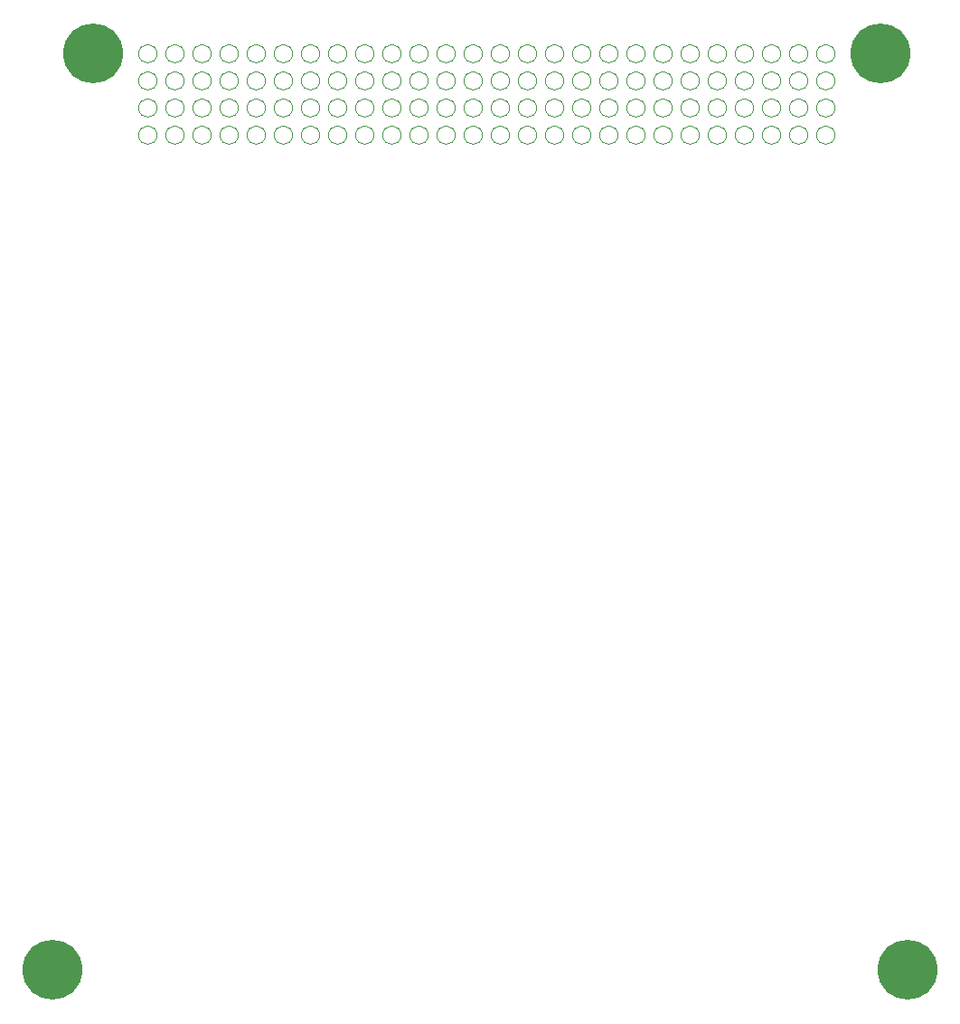
<source format=gbr>
%TF.GenerationSoftware,KiCad,Pcbnew,5.1.6-1.fc32*%
%TF.CreationDate,2020-09-11T21:55:50-03:00*%
%TF.ProjectId,pc104-adapter-bottom,70633130-342d-4616-9461-707465722d62,v2.0*%
%TF.SameCoordinates,Original*%
%TF.FileFunction,Soldermask,Bot*%
%TF.FilePolarity,Negative*%
%FSLAX46Y46*%
G04 Gerber Fmt 4.6, Leading zero omitted, Abs format (unit mm)*
G04 Created by KiCad (PCBNEW 5.1.6-1.fc32) date 2020-09-11 21:55:50*
%MOMM*%
%LPD*%
G01*
G04 APERTURE LIST*
%ADD10C,0.100000*%
%ADD11C,5.600000*%
G04 APERTURE END LIST*
D10*
%TO.C,J9*%
X178611000Y-55136000D02*
G75*
G03*
X178611000Y-55136000I-861000J0D01*
G01*
X178611000Y-57676000D02*
G75*
G03*
X178611000Y-57676000I-861000J0D01*
G01*
X176071000Y-55136000D02*
G75*
G03*
X176071000Y-55136000I-861000J0D01*
G01*
X176071000Y-57676000D02*
G75*
G03*
X176071000Y-57676000I-861000J0D01*
G01*
X173531000Y-55136000D02*
G75*
G03*
X173531000Y-55136000I-861000J0D01*
G01*
X173531000Y-57676000D02*
G75*
G03*
X173531000Y-57676000I-861000J0D01*
G01*
X170991000Y-55136000D02*
G75*
G03*
X170991000Y-55136000I-861000J0D01*
G01*
X170991000Y-57676000D02*
G75*
G03*
X170991000Y-57676000I-861000J0D01*
G01*
X168451000Y-55136000D02*
G75*
G03*
X168451000Y-55136000I-861000J0D01*
G01*
X168451000Y-57676000D02*
G75*
G03*
X168451000Y-57676000I-861000J0D01*
G01*
X165911000Y-55136000D02*
G75*
G03*
X165911000Y-55136000I-861000J0D01*
G01*
X165911000Y-57676000D02*
G75*
G03*
X165911000Y-57676000I-861000J0D01*
G01*
X163371000Y-55136000D02*
G75*
G03*
X163371000Y-55136000I-861000J0D01*
G01*
X163371000Y-57676000D02*
G75*
G03*
X163371000Y-57676000I-861000J0D01*
G01*
X160831000Y-55136000D02*
G75*
G03*
X160831000Y-55136000I-861000J0D01*
G01*
X160831000Y-57676000D02*
G75*
G03*
X160831000Y-57676000I-861000J0D01*
G01*
X158291000Y-55136000D02*
G75*
G03*
X158291000Y-55136000I-861000J0D01*
G01*
X158291000Y-57676000D02*
G75*
G03*
X158291000Y-57676000I-861000J0D01*
G01*
X155751000Y-55136000D02*
G75*
G03*
X155751000Y-55136000I-861000J0D01*
G01*
X155751000Y-57676000D02*
G75*
G03*
X155751000Y-57676000I-861000J0D01*
G01*
X153211000Y-55136000D02*
G75*
G03*
X153211000Y-55136000I-861000J0D01*
G01*
X153211000Y-57676000D02*
G75*
G03*
X153211000Y-57676000I-861000J0D01*
G01*
X150671000Y-55136000D02*
G75*
G03*
X150671000Y-55136000I-861000J0D01*
G01*
X150671000Y-57676000D02*
G75*
G03*
X150671000Y-57676000I-861000J0D01*
G01*
X148131000Y-55136000D02*
G75*
G03*
X148131000Y-55136000I-861000J0D01*
G01*
X148131000Y-57676000D02*
G75*
G03*
X148131000Y-57676000I-861000J0D01*
G01*
X145591000Y-55136000D02*
G75*
G03*
X145591000Y-55136000I-861000J0D01*
G01*
X145591000Y-57676000D02*
G75*
G03*
X145591000Y-57676000I-861000J0D01*
G01*
X143051000Y-55136000D02*
G75*
G03*
X143051000Y-55136000I-861000J0D01*
G01*
X143051000Y-57676000D02*
G75*
G03*
X143051000Y-57676000I-861000J0D01*
G01*
X140511000Y-55136000D02*
G75*
G03*
X140511000Y-55136000I-861000J0D01*
G01*
X140511000Y-57676000D02*
G75*
G03*
X140511000Y-57676000I-861000J0D01*
G01*
X137971000Y-55136000D02*
G75*
G03*
X137971000Y-55136000I-861000J0D01*
G01*
X137971000Y-57676000D02*
G75*
G03*
X137971000Y-57676000I-861000J0D01*
G01*
X135431000Y-55136000D02*
G75*
G03*
X135431000Y-55136000I-861000J0D01*
G01*
X135431000Y-57676000D02*
G75*
G03*
X135431000Y-57676000I-861000J0D01*
G01*
X132891000Y-55136000D02*
G75*
G03*
X132891000Y-55136000I-861000J0D01*
G01*
X132891000Y-57676000D02*
G75*
G03*
X132891000Y-57676000I-861000J0D01*
G01*
X130351000Y-55136000D02*
G75*
G03*
X130351000Y-55136000I-861000J0D01*
G01*
X130351000Y-57676000D02*
G75*
G03*
X130351000Y-57676000I-861000J0D01*
G01*
X127811000Y-55136000D02*
G75*
G03*
X127811000Y-55136000I-861000J0D01*
G01*
X127811000Y-57676000D02*
G75*
G03*
X127811000Y-57676000I-861000J0D01*
G01*
X125271000Y-55136000D02*
G75*
G03*
X125271000Y-55136000I-861000J0D01*
G01*
X125271000Y-57676000D02*
G75*
G03*
X125271000Y-57676000I-861000J0D01*
G01*
X122731000Y-55136000D02*
G75*
G03*
X122731000Y-55136000I-861000J0D01*
G01*
X122731000Y-57676000D02*
G75*
G03*
X122731000Y-57676000I-861000J0D01*
G01*
X120191000Y-55136000D02*
G75*
G03*
X120191000Y-55136000I-861000J0D01*
G01*
X120191000Y-57676000D02*
G75*
G03*
X120191000Y-57676000I-861000J0D01*
G01*
X117651000Y-55136000D02*
G75*
G03*
X117651000Y-55136000I-861000J0D01*
G01*
X117651000Y-57676000D02*
G75*
G03*
X117651000Y-57676000I-861000J0D01*
G01*
X115111000Y-55136000D02*
G75*
G03*
X115111000Y-55136000I-861000J0D01*
G01*
X115111000Y-57676000D02*
G75*
G03*
X115111000Y-57676000I-861000J0D01*
G01*
%TO.C,J10*%
X178611000Y-60216000D02*
G75*
G03*
X178611000Y-60216000I-861000J0D01*
G01*
X178611000Y-62756000D02*
G75*
G03*
X178611000Y-62756000I-861000J0D01*
G01*
X176071000Y-60216000D02*
G75*
G03*
X176071000Y-60216000I-861000J0D01*
G01*
X176071000Y-62756000D02*
G75*
G03*
X176071000Y-62756000I-861000J0D01*
G01*
X173531000Y-60216000D02*
G75*
G03*
X173531000Y-60216000I-861000J0D01*
G01*
X173531000Y-62756000D02*
G75*
G03*
X173531000Y-62756000I-861000J0D01*
G01*
X170991000Y-60216000D02*
G75*
G03*
X170991000Y-60216000I-861000J0D01*
G01*
X170991000Y-62756000D02*
G75*
G03*
X170991000Y-62756000I-861000J0D01*
G01*
X168451000Y-60216000D02*
G75*
G03*
X168451000Y-60216000I-861000J0D01*
G01*
X168451000Y-62756000D02*
G75*
G03*
X168451000Y-62756000I-861000J0D01*
G01*
X165911000Y-60216000D02*
G75*
G03*
X165911000Y-60216000I-861000J0D01*
G01*
X165911000Y-62756000D02*
G75*
G03*
X165911000Y-62756000I-861000J0D01*
G01*
X163371000Y-60216000D02*
G75*
G03*
X163371000Y-60216000I-861000J0D01*
G01*
X163371000Y-62756000D02*
G75*
G03*
X163371000Y-62756000I-861000J0D01*
G01*
X160831000Y-60216000D02*
G75*
G03*
X160831000Y-60216000I-861000J0D01*
G01*
X160831000Y-62756000D02*
G75*
G03*
X160831000Y-62756000I-861000J0D01*
G01*
X158291000Y-60216000D02*
G75*
G03*
X158291000Y-60216000I-861000J0D01*
G01*
X158291000Y-62756000D02*
G75*
G03*
X158291000Y-62756000I-861000J0D01*
G01*
X155751000Y-60216000D02*
G75*
G03*
X155751000Y-60216000I-861000J0D01*
G01*
X155751000Y-62756000D02*
G75*
G03*
X155751000Y-62756000I-861000J0D01*
G01*
X153211000Y-60216000D02*
G75*
G03*
X153211000Y-60216000I-861000J0D01*
G01*
X153211000Y-62756000D02*
G75*
G03*
X153211000Y-62756000I-861000J0D01*
G01*
X150671000Y-60216000D02*
G75*
G03*
X150671000Y-60216000I-861000J0D01*
G01*
X150671000Y-62756000D02*
G75*
G03*
X150671000Y-62756000I-861000J0D01*
G01*
X148131000Y-60216000D02*
G75*
G03*
X148131000Y-60216000I-861000J0D01*
G01*
X148131000Y-62756000D02*
G75*
G03*
X148131000Y-62756000I-861000J0D01*
G01*
X145591000Y-60216000D02*
G75*
G03*
X145591000Y-60216000I-861000J0D01*
G01*
X145591000Y-62756000D02*
G75*
G03*
X145591000Y-62756000I-861000J0D01*
G01*
X143051000Y-60216000D02*
G75*
G03*
X143051000Y-60216000I-861000J0D01*
G01*
X143051000Y-62756000D02*
G75*
G03*
X143051000Y-62756000I-861000J0D01*
G01*
X140511000Y-60216000D02*
G75*
G03*
X140511000Y-60216000I-861000J0D01*
G01*
X140511000Y-62756000D02*
G75*
G03*
X140511000Y-62756000I-861000J0D01*
G01*
X137971000Y-60216000D02*
G75*
G03*
X137971000Y-60216000I-861000J0D01*
G01*
X137971000Y-62756000D02*
G75*
G03*
X137971000Y-62756000I-861000J0D01*
G01*
X135431000Y-60216000D02*
G75*
G03*
X135431000Y-60216000I-861000J0D01*
G01*
X135431000Y-62756000D02*
G75*
G03*
X135431000Y-62756000I-861000J0D01*
G01*
X132891000Y-60216000D02*
G75*
G03*
X132891000Y-60216000I-861000J0D01*
G01*
X132891000Y-62756000D02*
G75*
G03*
X132891000Y-62756000I-861000J0D01*
G01*
X130351000Y-60216000D02*
G75*
G03*
X130351000Y-60216000I-861000J0D01*
G01*
X130351000Y-62756000D02*
G75*
G03*
X130351000Y-62756000I-861000J0D01*
G01*
X127811000Y-60216000D02*
G75*
G03*
X127811000Y-60216000I-861000J0D01*
G01*
X127811000Y-62756000D02*
G75*
G03*
X127811000Y-62756000I-861000J0D01*
G01*
X125271000Y-60216000D02*
G75*
G03*
X125271000Y-60216000I-861000J0D01*
G01*
X125271000Y-62756000D02*
G75*
G03*
X125271000Y-62756000I-861000J0D01*
G01*
X122731000Y-60216000D02*
G75*
G03*
X122731000Y-60216000I-861000J0D01*
G01*
X122731000Y-62756000D02*
G75*
G03*
X122731000Y-62756000I-861000J0D01*
G01*
X120191000Y-60216000D02*
G75*
G03*
X120191000Y-60216000I-861000J0D01*
G01*
X120191000Y-62756000D02*
G75*
G03*
X120191000Y-62756000I-861000J0D01*
G01*
X117651000Y-60216000D02*
G75*
G03*
X117651000Y-60216000I-861000J0D01*
G01*
X117651000Y-62756000D02*
G75*
G03*
X117651000Y-62756000I-861000J0D01*
G01*
X115111000Y-60216000D02*
G75*
G03*
X115111000Y-60216000I-861000J0D01*
G01*
X115111000Y-62756000D02*
G75*
G03*
X115111000Y-62756000I-861000J0D01*
G01*
%TD*%
D11*
%TO.C,H3*%
X105350000Y-140866000D03*
%TD*%
%TO.C,H4*%
X185390000Y-140866000D03*
%TD*%
%TO.C,H2*%
X182840000Y-55136000D03*
%TD*%
%TO.C,H1*%
X109160000Y-55136000D03*
%TD*%
M02*

</source>
